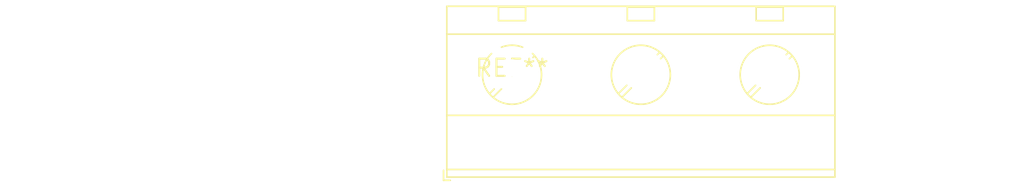
<source format=kicad_pcb>
(kicad_pcb (version 20240108) (generator pcbnew)
  (layers (0 "F.Cu" signal) (31 "B.Cu" signal) (34 "B.Paste" user) (35 "F.Paste" user) (36 "B.SilkS" user "B.Silkscreen") (37 "F.SilkS" user "F.Silkscreen") (38 "B.Mask" user) (39 "F.Mask" user) (44 "Edge.Cuts" user))
  (net 0 "")
  (footprint "TerminalBlock_MetzConnect_Type703_RT10N03HGLU_1x03_P9.52mm_Horizontal" (layer "F.Cu") (at 0 0)
    (property "Reference" "REF**")
    (property "Value" "TerminalBlock_MetzConnect_Type703_RT10N03HGLU_1x03_P9.52mm_Horizontal")
    (fp_line (start -5.06 7.56) (end -5.06 8.3) (layer "F.SilkS") (stroke (width 0.12)))
    (fp_line (start -5.06 8.3) (end -4.56 8.3) (layer "F.SilkS") (stroke (width 0.12)))
    (fp_line (start -4.82 -4.56) (end -4.82 8.06) (layer "F.SilkS") (stroke (width 0.12)))
    (fp_line (start -4.82 -4.56) (end 23.86 -4.56) (layer "F.SilkS") (stroke (width 0.12)))
    (fp_line (start -4.82 -2.5) (end 23.86 -2.5) (layer "F.SilkS") (stroke (width 0.12)))
    (fp_line (start -4.82 3.5) (end 23.86 3.5) (layer "F.SilkS") (stroke (width 0.12)))
    (fp_line (start -4.82 7.5) (end 23.86 7.5) (layer "F.SilkS") (stroke (width 0.12)))
    (fp_line (start -4.82 8.06) (end 23.86 8.06) (layer "F.SilkS") (stroke (width 0.12)))
    (fp_line (start -1.32 1.553) (end -1.654 1.888) (layer "F.SilkS") (stroke (width 0.12)))
    (fp_line (start -1 -4.5) (end -1 -3.5) (layer "F.SilkS") (stroke (width 0.12)))
    (fp_line (start -1 -4.5) (end 1 -4.5) (layer "F.SilkS") (stroke (width 0.12)))
    (fp_line (start -1 -3.5) (end 1 -3.5) (layer "F.SilkS") (stroke (width 0.12)))
    (fp_line (start -0.78 1.546) (end -1.388 2.154) (layer "F.SilkS") (stroke (width 0.12)))
    (fp_line (start 1 -4.5) (end 1 -3.5) (layer "F.SilkS") (stroke (width 0.12)))
    (fp_line (start 1.654 -0.888) (end 1.547 -0.781) (layer "F.SilkS") (stroke (width 0.12)))
    (fp_line (start 8.475 1.279) (end 7.867 1.888) (layer "F.SilkS") (stroke (width 0.12)))
    (fp_line (start 8.52 -4.5) (end 8.52 -3.5) (layer "F.SilkS") (stroke (width 0.12)))
    (fp_line (start 8.52 -4.5) (end 10.52 -4.5) (layer "F.SilkS") (stroke (width 0.12)))
    (fp_line (start 8.52 -3.5) (end 10.52 -3.5) (layer "F.SilkS") (stroke (width 0.12)))
    (fp_line (start 8.817 1.47) (end 8.133 2.154) (layer "F.SilkS") (stroke (width 0.12)))
    (fp_line (start 10.52 -4.5) (end 10.52 -3.5) (layer "F.SilkS") (stroke (width 0.12)))
    (fp_line (start 10.908 -1.154) (end 10.741 -0.986) (layer "F.SilkS") (stroke (width 0.12)))
    (fp_line (start 11.174 -0.888) (end 10.976 -0.69) (layer "F.SilkS") (stroke (width 0.12)))
    (fp_line (start 17.995 1.279) (end 17.387 1.888) (layer "F.SilkS") (stroke (width 0.12)))
    (fp_line (start 18.04 -4.5) (end 18.04 -3.5) (layer "F.SilkS") (stroke (width 0.12)))
    (fp_line (start 18.04 -4.5) (end 20.04 -4.5) (layer "F.SilkS") (stroke (width 0.12)))
    (fp_line (start 18.04 -3.5) (end 20.04 -3.5) (layer "F.SilkS") (stroke (width 0.12)))
    (fp_line (start 18.337 1.47) (end 17.653 2.154) (layer "F.SilkS") (stroke (width 0.12)))
    (fp_line (start 20.04 -4.5) (end 20.04 -3.5) (layer "F.SilkS") (stroke (width 0.12)))
    (fp_line (start 20.428 -1.154) (end 20.261 -0.986) (layer "F.SilkS") (stroke (width 0.12)))
    (fp_line (start 20.694 -0.888) (end 20.496 -0.69) (layer "F.SilkS") (stroke (width 0.12)))
    (fp_line (start 23.86 -4.56) (end 23.86 8.06) (layer "F.SilkS") (stroke (width 0.12)))
    (fp_arc (start -0.781211 -1.536303) (mid 0.000423 -1.681014) (end 0.782 -1.536) (layer "F.SilkS") (stroke (width 0.12)))
    (fp_arc (start 0.037945 2.680721) (mid -2.015074 1.334542) (end -1.515 -1.069) (layer "F.SilkS") (stroke (width 0.12)))
    (fp_arc (start 1.514355 -1.068161) (mid 2.021261 1.316642) (end 0 2.68) (layer "F.SilkS") (stroke (width 0.12)))
    (fp_circle (center 9.52 0.5) (end 11.7 0.5) (layer "F.SilkS") (stroke (width 0.12)) (fill none))
    (fp_circle (center 19.04 0.5) (end 21.22 0.5) (layer "F.SilkS") (stroke (width 0.12)) (fill none))
    (pad "1" thru_hole rect (at 0 0) (size 2.6 2.6) (drill 1.3) (layers *.Cu *.Mask) (remove_unused_layers))
    (pad "2" thru_hole circle (at 9.52 0) (size 2.6 2.6) (drill 1.3) (layers *.Cu *.Mask) (remove_unused_layers))
    (pad "3" thru_hole circle (at 19.04 0) (size 2.6 2.6) (drill 1.3) (layers *.Cu *.Mask) (remove_unused_layers))
  )
)
</source>
